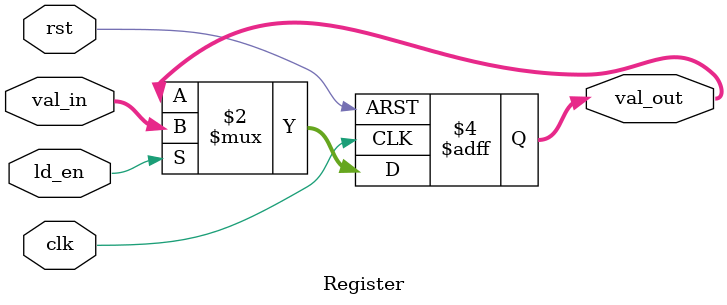
<source format=v>
module Register(clk, rst, ld_en, val_in, val_out);
    parameter B = 32;

    input wire[0:0] clk, rst, ld_en;
    input wire[B-1 : 0] val_in;

    output reg[B-1 : 0] val_out;

    always@(posedge clk, posedge rst)
    begin

        if(rst)        val_out <= 32'b0;
        else if(ld_en) val_out <= val_in;

    end
endmodule

</source>
